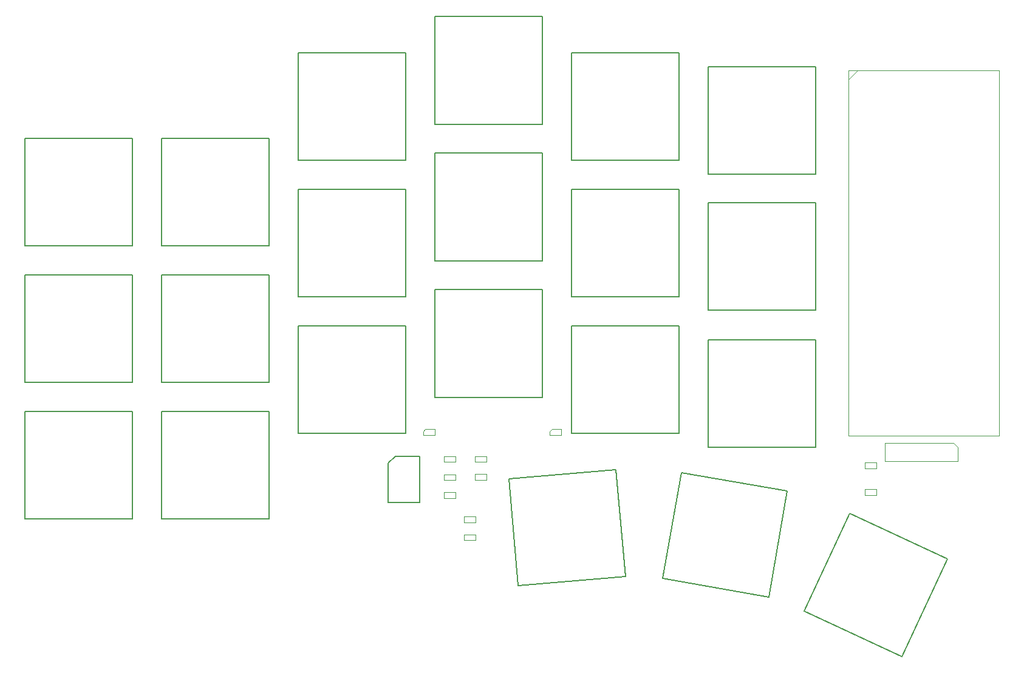
<source format=gbr>
%TF.GenerationSoftware,KiCad,Pcbnew,(6.0.11)*%
%TF.CreationDate,2023-02-16T17:06:14+01:00*%
%TF.ProjectId,keyboard_pcb,6b657962-6f61-4726-945f-7063622e6b69,rev1.0*%
%TF.SameCoordinates,Original*%
%TF.FileFunction,AssemblyDrawing,Top*%
%FSLAX46Y46*%
G04 Gerber Fmt 4.6, Leading zero omitted, Abs format (unit mm)*
G04 Created by KiCad (PCBNEW (6.0.11)) date 2023-02-16 17:06:14*
%MOMM*%
%LPD*%
G01*
G04 APERTURE LIST*
%ADD10C,0.150000*%
%ADD11C,0.100000*%
%ADD12C,0.120000*%
G04 APERTURE END LIST*
D10*
%TO.C,K32*%
X180372329Y-113033055D02*
X193966945Y-119372329D01*
X193966945Y-119372329D02*
X187627671Y-132966945D01*
X187627671Y-132966945D02*
X174033055Y-126627671D01*
X174033055Y-126627671D02*
X180372329Y-113033055D01*
%TO.C,K31*%
X156916303Y-107311581D02*
X171688419Y-109916303D01*
X171688419Y-109916303D02*
X169083697Y-124688419D01*
X169083697Y-124688419D02*
X154311581Y-122083697D01*
X154311581Y-122083697D02*
X156916303Y-107311581D01*
%TO.C,K30*%
X132874872Y-108182208D02*
X147817792Y-106874872D01*
X147817792Y-106874872D02*
X149125128Y-121817792D01*
X149125128Y-121817792D02*
X134182208Y-123125128D01*
X134182208Y-123125128D02*
X132874872Y-108182208D01*
%TO.C,K25*%
X160650000Y-88808000D02*
X175650000Y-88808000D01*
X175650000Y-88808000D02*
X175650000Y-103808000D01*
X175650000Y-103808000D02*
X160650000Y-103808000D01*
X160650000Y-103808000D02*
X160650000Y-88808000D01*
%TO.C,K24*%
X141600000Y-86808000D02*
X156600000Y-86808000D01*
X156600000Y-86808000D02*
X156600000Y-101808000D01*
X156600000Y-101808000D02*
X141600000Y-101808000D01*
X141600000Y-101808000D02*
X141600000Y-86808000D01*
%TO.C,K23*%
X122550000Y-81808000D02*
X137550000Y-81808000D01*
X137550000Y-81808000D02*
X137550000Y-96808000D01*
X137550000Y-96808000D02*
X122550000Y-96808000D01*
X122550000Y-96808000D02*
X122550000Y-81808000D01*
%TO.C,K22*%
X103500000Y-86808000D02*
X118500000Y-86808000D01*
X118500000Y-86808000D02*
X118500000Y-101808000D01*
X118500000Y-101808000D02*
X103500000Y-101808000D01*
X103500000Y-101808000D02*
X103500000Y-86808000D01*
%TO.C,K21*%
X84450000Y-98808000D02*
X99450000Y-98808000D01*
X99450000Y-98808000D02*
X99450000Y-113808000D01*
X99450000Y-113808000D02*
X84450000Y-113808000D01*
X84450000Y-113808000D02*
X84450000Y-98808000D01*
%TO.C,K20*%
X65400000Y-98808000D02*
X80400000Y-98808000D01*
X80400000Y-98808000D02*
X80400000Y-113808000D01*
X80400000Y-113808000D02*
X65400000Y-113808000D01*
X65400000Y-113808000D02*
X65400000Y-98808000D01*
%TO.C,K15*%
X160650000Y-69671000D02*
X175650000Y-69671000D01*
X175650000Y-69671000D02*
X175650000Y-84671000D01*
X175650000Y-84671000D02*
X160650000Y-84671000D01*
X160650000Y-84671000D02*
X160650000Y-69671000D01*
%TO.C,K14*%
X141600000Y-67758000D02*
X156600000Y-67758000D01*
X156600000Y-67758000D02*
X156600000Y-82758000D01*
X156600000Y-82758000D02*
X141600000Y-82758000D01*
X141600000Y-82758000D02*
X141600000Y-67758000D01*
%TO.C,K13*%
X122550000Y-62758000D02*
X137550000Y-62758000D01*
X137550000Y-62758000D02*
X137550000Y-77758000D01*
X137550000Y-77758000D02*
X122550000Y-77758000D01*
X122550000Y-77758000D02*
X122550000Y-62758000D01*
%TO.C,K12*%
X103500000Y-67758000D02*
X118500000Y-67758000D01*
X118500000Y-67758000D02*
X118500000Y-82758000D01*
X118500000Y-82758000D02*
X103500000Y-82758000D01*
X103500000Y-82758000D02*
X103500000Y-67758000D01*
%TO.C,K11*%
X84450000Y-79758000D02*
X99450000Y-79758000D01*
X99450000Y-79758000D02*
X99450000Y-94758000D01*
X99450000Y-94758000D02*
X84450000Y-94758000D01*
X84450000Y-94758000D02*
X84450000Y-79758000D01*
%TO.C,K10*%
X65400000Y-79758000D02*
X80400000Y-79758000D01*
X80400000Y-79758000D02*
X80400000Y-94758000D01*
X80400000Y-94758000D02*
X65400000Y-94758000D01*
X65400000Y-94758000D02*
X65400000Y-79758000D01*
%TO.C,K5*%
X160650000Y-50708000D02*
X175650000Y-50708000D01*
X175650000Y-50708000D02*
X175650000Y-65708000D01*
X175650000Y-65708000D02*
X160650000Y-65708000D01*
X160650000Y-65708000D02*
X160650000Y-50708000D01*
%TO.C,K4*%
X141600000Y-48708000D02*
X156600000Y-48708000D01*
X156600000Y-48708000D02*
X156600000Y-63708000D01*
X156600000Y-63708000D02*
X141600000Y-63708000D01*
X141600000Y-63708000D02*
X141600000Y-48708000D01*
%TO.C,K3*%
X122550000Y-43708000D02*
X137550000Y-43708000D01*
X137550000Y-43708000D02*
X137550000Y-58708000D01*
X137550000Y-58708000D02*
X122550000Y-58708000D01*
X122550000Y-58708000D02*
X122550000Y-43708000D01*
%TO.C,K2*%
X103500000Y-48708000D02*
X118500000Y-48708000D01*
X118500000Y-48708000D02*
X118500000Y-63708000D01*
X118500000Y-63708000D02*
X103500000Y-63708000D01*
X103500000Y-63708000D02*
X103500000Y-48708000D01*
%TO.C,K1*%
X84450000Y-60708000D02*
X99450000Y-60708000D01*
X99450000Y-60708000D02*
X99450000Y-75708000D01*
X99450000Y-75708000D02*
X84450000Y-75708000D01*
X84450000Y-75708000D02*
X84450000Y-60708000D01*
%TO.C,K0*%
X65400000Y-60708000D02*
X80400000Y-60708000D01*
X80400000Y-60708000D02*
X80400000Y-75708000D01*
X80400000Y-75708000D02*
X65400000Y-75708000D01*
X65400000Y-75708000D02*
X65400000Y-60708000D01*
D11*
%TO.C,D2*%
X138860000Y-101256000D02*
X138560000Y-101556000D01*
X140160000Y-102056000D02*
X140160000Y-101256000D01*
X138560000Y-101556000D02*
X138560000Y-102056000D01*
X138560000Y-102056000D02*
X140160000Y-102056000D01*
X140160000Y-101256000D02*
X138860000Y-101256000D01*
%TO.C,D1*%
X121230000Y-101256000D02*
X120930000Y-101556000D01*
X122530000Y-102056000D02*
X122530000Y-101256000D01*
X120930000Y-101556000D02*
X120930000Y-102056000D01*
X120930000Y-102056000D02*
X122530000Y-102056000D01*
X122530000Y-101256000D02*
X121230000Y-101256000D01*
%TO.C,R7*%
X128222000Y-116770500D02*
X126622000Y-116770500D01*
X128222000Y-115945500D02*
X128222000Y-116770500D01*
X126622000Y-116770500D02*
X126622000Y-115945500D01*
X126622000Y-115945500D02*
X128222000Y-115945500D01*
%TO.C,R6*%
X128222000Y-114260500D02*
X126622000Y-114260500D01*
X128222000Y-113435500D02*
X128222000Y-114260500D01*
X126622000Y-114260500D02*
X126622000Y-113435500D01*
X126622000Y-113435500D02*
X128222000Y-113435500D01*
%TO.C,R2*%
X184102000Y-110450500D02*
X182502000Y-110450500D01*
X184102000Y-109625500D02*
X184102000Y-110450500D01*
X182502000Y-110450500D02*
X182502000Y-109625500D01*
X182502000Y-109625500D02*
X184102000Y-109625500D01*
%TO.C,R1*%
X182502000Y-105917100D02*
X184102000Y-105917100D01*
X182502000Y-106742100D02*
X182502000Y-105917100D01*
X184102000Y-105917100D02*
X184102000Y-106742100D01*
X184102000Y-106742100D02*
X182502000Y-106742100D01*
D12*
%TO.C,U2*%
X201203200Y-51208000D02*
X201203200Y-102208000D01*
X180203200Y-102208000D02*
X180203200Y-51208000D01*
X180203200Y-51208000D02*
X201203200Y-51208000D01*
X180203200Y-52508000D02*
X181503200Y-51208000D01*
X201203200Y-102208000D02*
X180203200Y-102208000D01*
D11*
%TO.C,C1*%
X123787000Y-107550000D02*
X125387000Y-107550000D01*
X125387000Y-107550000D02*
X125387000Y-108350000D01*
X123787000Y-108350000D02*
X123787000Y-107550000D01*
X125387000Y-108350000D02*
X123787000Y-108350000D01*
%TO.C,C2*%
X125387000Y-110860000D02*
X123787000Y-110860000D01*
X123787000Y-110060000D02*
X125387000Y-110060000D01*
X125387000Y-110060000D02*
X125387000Y-110860000D01*
X123787000Y-110860000D02*
X123787000Y-110060000D01*
%TO.C,R3*%
X129737000Y-107537500D02*
X129737000Y-108362500D01*
X128137000Y-108362500D02*
X128137000Y-107537500D01*
X128137000Y-107537500D02*
X129737000Y-107537500D01*
X129737000Y-108362500D02*
X128137000Y-108362500D01*
%TO.C,R5*%
X125387000Y-105852500D02*
X123787000Y-105852500D01*
X123787000Y-105852500D02*
X123787000Y-105027500D01*
X125387000Y-105027500D02*
X125387000Y-105852500D01*
X123787000Y-105027500D02*
X125387000Y-105027500D01*
%TO.C,J2*%
X195484000Y-105720000D02*
X185324000Y-105720000D01*
X195484000Y-103815000D02*
X195484000Y-105720000D01*
X194849000Y-103180000D02*
X195484000Y-103815000D01*
X185324000Y-103180000D02*
X194849000Y-103180000D01*
X185324000Y-105720000D02*
X185324000Y-103180000D01*
%TO.C,R4*%
X128137000Y-105852500D02*
X128137000Y-105027500D01*
X128137000Y-105027500D02*
X129737000Y-105027500D01*
X129737000Y-105852500D02*
X128137000Y-105852500D01*
X129737000Y-105027500D02*
X129737000Y-105852500D01*
D10*
%TO.C,U1*%
X120437000Y-105010000D02*
X120437000Y-111510000D01*
X116037000Y-106010000D02*
X117037000Y-105010000D01*
X116037000Y-111510000D02*
X116037000Y-106010000D01*
X117037000Y-105010000D02*
X120437000Y-105010000D01*
X120437000Y-111510000D02*
X116037000Y-111510000D01*
%TD*%
M02*

</source>
